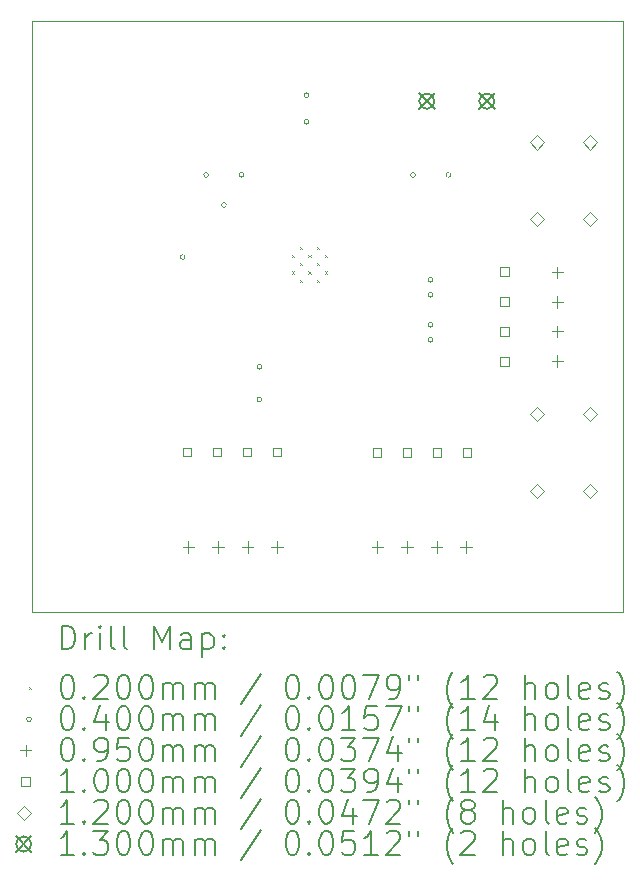
<source format=gbr>
%TF.GenerationSoftware,KiCad,Pcbnew,6.0.11-2627ca5db0~126~ubuntu20.04.1*%
%TF.CreationDate,2025-05-12T21:47:31+10:00*%
%TF.ProjectId,encoder_pcb,656e636f-6465-4725-9f70-63622e6b6963,rev?*%
%TF.SameCoordinates,Original*%
%TF.FileFunction,Drillmap*%
%TF.FilePolarity,Positive*%
%FSLAX45Y45*%
G04 Gerber Fmt 4.5, Leading zero omitted, Abs format (unit mm)*
G04 Created by KiCad (PCBNEW 6.0.11-2627ca5db0~126~ubuntu20.04.1) date 2025-05-12 21:47:31*
%MOMM*%
%LPD*%
G01*
G04 APERTURE LIST*
%ADD10C,0.100000*%
%ADD11C,0.200000*%
%ADD12C,0.020000*%
%ADD13C,0.040000*%
%ADD14C,0.095000*%
%ADD15C,0.120000*%
%ADD16C,0.130000*%
G04 APERTURE END LIST*
D10*
X11900000Y-7500000D02*
X16900000Y-7500000D01*
X16900000Y-7500000D02*
X16900000Y-12500000D01*
X16900000Y-12500000D02*
X11900000Y-12500000D01*
X11900000Y-12500000D02*
X11900000Y-7500000D01*
D11*
D12*
X14100000Y-9476000D02*
X14120000Y-9496000D01*
X14120000Y-9476000D02*
X14100000Y-9496000D01*
X14100000Y-9616000D02*
X14120000Y-9636000D01*
X14120000Y-9616000D02*
X14100000Y-9636000D01*
X14170000Y-9406000D02*
X14190000Y-9426000D01*
X14190000Y-9406000D02*
X14170000Y-9426000D01*
X14170000Y-9546000D02*
X14190000Y-9566000D01*
X14190000Y-9546000D02*
X14170000Y-9566000D01*
X14170000Y-9686000D02*
X14190000Y-9706000D01*
X14190000Y-9686000D02*
X14170000Y-9706000D01*
X14240000Y-9476000D02*
X14260000Y-9496000D01*
X14260000Y-9476000D02*
X14240000Y-9496000D01*
X14240000Y-9616000D02*
X14260000Y-9636000D01*
X14260000Y-9616000D02*
X14240000Y-9636000D01*
X14310000Y-9406000D02*
X14330000Y-9426000D01*
X14330000Y-9406000D02*
X14310000Y-9426000D01*
X14310000Y-9546000D02*
X14330000Y-9566000D01*
X14330000Y-9546000D02*
X14310000Y-9566000D01*
X14310000Y-9686000D02*
X14330000Y-9706000D01*
X14330000Y-9686000D02*
X14310000Y-9706000D01*
X14380000Y-9476000D02*
X14400000Y-9496000D01*
X14400000Y-9476000D02*
X14380000Y-9496000D01*
X14380000Y-9616000D02*
X14400000Y-9636000D01*
X14400000Y-9616000D02*
X14380000Y-9636000D01*
D13*
X13195000Y-9495000D02*
G75*
G03*
X13195000Y-9495000I-20000J0D01*
G01*
X13395000Y-8800000D02*
G75*
G03*
X13395000Y-8800000I-20000J0D01*
G01*
X13545000Y-9053500D02*
G75*
G03*
X13545000Y-9053500I-20000J0D01*
G01*
X13695000Y-8800000D02*
G75*
G03*
X13695000Y-8800000I-20000J0D01*
G01*
X13845000Y-10425000D02*
G75*
G03*
X13845000Y-10425000I-20000J0D01*
G01*
X13845000Y-10700000D02*
G75*
G03*
X13845000Y-10700000I-20000J0D01*
G01*
X14245000Y-8125000D02*
G75*
G03*
X14245000Y-8125000I-20000J0D01*
G01*
X14245000Y-8350000D02*
G75*
G03*
X14245000Y-8350000I-20000J0D01*
G01*
X15145000Y-8800000D02*
G75*
G03*
X15145000Y-8800000I-20000J0D01*
G01*
X15295000Y-9688500D02*
G75*
G03*
X15295000Y-9688500I-20000J0D01*
G01*
X15295000Y-9815500D02*
G75*
G03*
X15295000Y-9815500I-20000J0D01*
G01*
X15295000Y-10069500D02*
G75*
G03*
X15295000Y-10069500I-20000J0D01*
G01*
X15295000Y-10196500D02*
G75*
G03*
X15295000Y-10196500I-20000J0D01*
G01*
X15445000Y-8800000D02*
G75*
G03*
X15445000Y-8800000I-20000J0D01*
G01*
D14*
X13225000Y-11902500D02*
X13225000Y-11997500D01*
X13177500Y-11950000D02*
X13272500Y-11950000D01*
X13475000Y-11902500D02*
X13475000Y-11997500D01*
X13427500Y-11950000D02*
X13522500Y-11950000D01*
X13725000Y-11902500D02*
X13725000Y-11997500D01*
X13677500Y-11950000D02*
X13772500Y-11950000D01*
X13975000Y-11902500D02*
X13975000Y-11997500D01*
X13927500Y-11950000D02*
X14022500Y-11950000D01*
X14825000Y-11902500D02*
X14825000Y-11997500D01*
X14777500Y-11950000D02*
X14872500Y-11950000D01*
X15075000Y-11902500D02*
X15075000Y-11997500D01*
X15027500Y-11950000D02*
X15122500Y-11950000D01*
X15325000Y-11902500D02*
X15325000Y-11997500D01*
X15277500Y-11950000D02*
X15372500Y-11950000D01*
X15575000Y-11902500D02*
X15575000Y-11997500D01*
X15527500Y-11950000D02*
X15622500Y-11950000D01*
X16347500Y-9577500D02*
X16347500Y-9672500D01*
X16300000Y-9625000D02*
X16395000Y-9625000D01*
X16347500Y-9827500D02*
X16347500Y-9922500D01*
X16300000Y-9875000D02*
X16395000Y-9875000D01*
X16347500Y-10077500D02*
X16347500Y-10172500D01*
X16300000Y-10125000D02*
X16395000Y-10125000D01*
X16347500Y-10327500D02*
X16347500Y-10422500D01*
X16300000Y-10375000D02*
X16395000Y-10375000D01*
D10*
X13250356Y-11182856D02*
X13250356Y-11112144D01*
X13179644Y-11112144D01*
X13179644Y-11182856D01*
X13250356Y-11182856D01*
X13504356Y-11182856D02*
X13504356Y-11112144D01*
X13433644Y-11112144D01*
X13433644Y-11182856D01*
X13504356Y-11182856D01*
X13758356Y-11182856D02*
X13758356Y-11112144D01*
X13687644Y-11112144D01*
X13687644Y-11182856D01*
X13758356Y-11182856D01*
X14012356Y-11182856D02*
X14012356Y-11112144D01*
X13941644Y-11112144D01*
X13941644Y-11182856D01*
X14012356Y-11182856D01*
X14855356Y-11185356D02*
X14855356Y-11114644D01*
X14784644Y-11114644D01*
X14784644Y-11185356D01*
X14855356Y-11185356D01*
X15109356Y-11185356D02*
X15109356Y-11114644D01*
X15038644Y-11114644D01*
X15038644Y-11185356D01*
X15109356Y-11185356D01*
X15363356Y-11185356D02*
X15363356Y-11114644D01*
X15292644Y-11114644D01*
X15292644Y-11185356D01*
X15363356Y-11185356D01*
X15617356Y-11185356D02*
X15617356Y-11114644D01*
X15546644Y-11114644D01*
X15546644Y-11185356D01*
X15617356Y-11185356D01*
X15935356Y-9653356D02*
X15935356Y-9582644D01*
X15864644Y-9582644D01*
X15864644Y-9653356D01*
X15935356Y-9653356D01*
X15935356Y-9907356D02*
X15935356Y-9836644D01*
X15864644Y-9836644D01*
X15864644Y-9907356D01*
X15935356Y-9907356D01*
X15935356Y-10161356D02*
X15935356Y-10090644D01*
X15864644Y-10090644D01*
X15864644Y-10161356D01*
X15935356Y-10161356D01*
X15935356Y-10415356D02*
X15935356Y-10344644D01*
X15864644Y-10344644D01*
X15864644Y-10415356D01*
X15935356Y-10415356D01*
D15*
X16175000Y-8585000D02*
X16235000Y-8525000D01*
X16175000Y-8465000D01*
X16115000Y-8525000D01*
X16175000Y-8585000D01*
X16175000Y-9235000D02*
X16235000Y-9175000D01*
X16175000Y-9115000D01*
X16115000Y-9175000D01*
X16175000Y-9235000D01*
X16175000Y-10885000D02*
X16235000Y-10825000D01*
X16175000Y-10765000D01*
X16115000Y-10825000D01*
X16175000Y-10885000D01*
X16175000Y-11535000D02*
X16235000Y-11475000D01*
X16175000Y-11415000D01*
X16115000Y-11475000D01*
X16175000Y-11535000D01*
X16625000Y-8585000D02*
X16685000Y-8525000D01*
X16625000Y-8465000D01*
X16565000Y-8525000D01*
X16625000Y-8585000D01*
X16625000Y-9235000D02*
X16685000Y-9175000D01*
X16625000Y-9115000D01*
X16565000Y-9175000D01*
X16625000Y-9235000D01*
X16625000Y-10885000D02*
X16685000Y-10825000D01*
X16625000Y-10765000D01*
X16565000Y-10825000D01*
X16625000Y-10885000D01*
X16625000Y-11535000D02*
X16685000Y-11475000D01*
X16625000Y-11415000D01*
X16565000Y-11475000D01*
X16625000Y-11535000D01*
D16*
X15178800Y-8110000D02*
X15308800Y-8240000D01*
X15308800Y-8110000D02*
X15178800Y-8240000D01*
X15308800Y-8175000D02*
G75*
G03*
X15308800Y-8175000I-65000J0D01*
G01*
X15686800Y-8110000D02*
X15816800Y-8240000D01*
X15816800Y-8110000D02*
X15686800Y-8240000D01*
X15816800Y-8175000D02*
G75*
G03*
X15816800Y-8175000I-65000J0D01*
G01*
D11*
X12152619Y-12815476D02*
X12152619Y-12615476D01*
X12200238Y-12615476D01*
X12228809Y-12625000D01*
X12247857Y-12644048D01*
X12257381Y-12663095D01*
X12266905Y-12701190D01*
X12266905Y-12729762D01*
X12257381Y-12767857D01*
X12247857Y-12786905D01*
X12228809Y-12805952D01*
X12200238Y-12815476D01*
X12152619Y-12815476D01*
X12352619Y-12815476D02*
X12352619Y-12682143D01*
X12352619Y-12720238D02*
X12362143Y-12701190D01*
X12371667Y-12691667D01*
X12390714Y-12682143D01*
X12409762Y-12682143D01*
X12476428Y-12815476D02*
X12476428Y-12682143D01*
X12476428Y-12615476D02*
X12466905Y-12625000D01*
X12476428Y-12634524D01*
X12485952Y-12625000D01*
X12476428Y-12615476D01*
X12476428Y-12634524D01*
X12600238Y-12815476D02*
X12581190Y-12805952D01*
X12571667Y-12786905D01*
X12571667Y-12615476D01*
X12705000Y-12815476D02*
X12685952Y-12805952D01*
X12676428Y-12786905D01*
X12676428Y-12615476D01*
X12933571Y-12815476D02*
X12933571Y-12615476D01*
X13000238Y-12758333D01*
X13066905Y-12615476D01*
X13066905Y-12815476D01*
X13247857Y-12815476D02*
X13247857Y-12710714D01*
X13238333Y-12691667D01*
X13219286Y-12682143D01*
X13181190Y-12682143D01*
X13162143Y-12691667D01*
X13247857Y-12805952D02*
X13228809Y-12815476D01*
X13181190Y-12815476D01*
X13162143Y-12805952D01*
X13152619Y-12786905D01*
X13152619Y-12767857D01*
X13162143Y-12748809D01*
X13181190Y-12739286D01*
X13228809Y-12739286D01*
X13247857Y-12729762D01*
X13343095Y-12682143D02*
X13343095Y-12882143D01*
X13343095Y-12691667D02*
X13362143Y-12682143D01*
X13400238Y-12682143D01*
X13419286Y-12691667D01*
X13428809Y-12701190D01*
X13438333Y-12720238D01*
X13438333Y-12777381D01*
X13428809Y-12796428D01*
X13419286Y-12805952D01*
X13400238Y-12815476D01*
X13362143Y-12815476D01*
X13343095Y-12805952D01*
X13524048Y-12796428D02*
X13533571Y-12805952D01*
X13524048Y-12815476D01*
X13514524Y-12805952D01*
X13524048Y-12796428D01*
X13524048Y-12815476D01*
X13524048Y-12691667D02*
X13533571Y-12701190D01*
X13524048Y-12710714D01*
X13514524Y-12701190D01*
X13524048Y-12691667D01*
X13524048Y-12710714D01*
D12*
X11875000Y-13135000D02*
X11895000Y-13155000D01*
X11895000Y-13135000D02*
X11875000Y-13155000D01*
D11*
X12190714Y-13035476D02*
X12209762Y-13035476D01*
X12228809Y-13045000D01*
X12238333Y-13054524D01*
X12247857Y-13073571D01*
X12257381Y-13111667D01*
X12257381Y-13159286D01*
X12247857Y-13197381D01*
X12238333Y-13216428D01*
X12228809Y-13225952D01*
X12209762Y-13235476D01*
X12190714Y-13235476D01*
X12171667Y-13225952D01*
X12162143Y-13216428D01*
X12152619Y-13197381D01*
X12143095Y-13159286D01*
X12143095Y-13111667D01*
X12152619Y-13073571D01*
X12162143Y-13054524D01*
X12171667Y-13045000D01*
X12190714Y-13035476D01*
X12343095Y-13216428D02*
X12352619Y-13225952D01*
X12343095Y-13235476D01*
X12333571Y-13225952D01*
X12343095Y-13216428D01*
X12343095Y-13235476D01*
X12428809Y-13054524D02*
X12438333Y-13045000D01*
X12457381Y-13035476D01*
X12505000Y-13035476D01*
X12524048Y-13045000D01*
X12533571Y-13054524D01*
X12543095Y-13073571D01*
X12543095Y-13092619D01*
X12533571Y-13121190D01*
X12419286Y-13235476D01*
X12543095Y-13235476D01*
X12666905Y-13035476D02*
X12685952Y-13035476D01*
X12705000Y-13045000D01*
X12714524Y-13054524D01*
X12724048Y-13073571D01*
X12733571Y-13111667D01*
X12733571Y-13159286D01*
X12724048Y-13197381D01*
X12714524Y-13216428D01*
X12705000Y-13225952D01*
X12685952Y-13235476D01*
X12666905Y-13235476D01*
X12647857Y-13225952D01*
X12638333Y-13216428D01*
X12628809Y-13197381D01*
X12619286Y-13159286D01*
X12619286Y-13111667D01*
X12628809Y-13073571D01*
X12638333Y-13054524D01*
X12647857Y-13045000D01*
X12666905Y-13035476D01*
X12857381Y-13035476D02*
X12876428Y-13035476D01*
X12895476Y-13045000D01*
X12905000Y-13054524D01*
X12914524Y-13073571D01*
X12924048Y-13111667D01*
X12924048Y-13159286D01*
X12914524Y-13197381D01*
X12905000Y-13216428D01*
X12895476Y-13225952D01*
X12876428Y-13235476D01*
X12857381Y-13235476D01*
X12838333Y-13225952D01*
X12828809Y-13216428D01*
X12819286Y-13197381D01*
X12809762Y-13159286D01*
X12809762Y-13111667D01*
X12819286Y-13073571D01*
X12828809Y-13054524D01*
X12838333Y-13045000D01*
X12857381Y-13035476D01*
X13009762Y-13235476D02*
X13009762Y-13102143D01*
X13009762Y-13121190D02*
X13019286Y-13111667D01*
X13038333Y-13102143D01*
X13066905Y-13102143D01*
X13085952Y-13111667D01*
X13095476Y-13130714D01*
X13095476Y-13235476D01*
X13095476Y-13130714D02*
X13105000Y-13111667D01*
X13124048Y-13102143D01*
X13152619Y-13102143D01*
X13171667Y-13111667D01*
X13181190Y-13130714D01*
X13181190Y-13235476D01*
X13276428Y-13235476D02*
X13276428Y-13102143D01*
X13276428Y-13121190D02*
X13285952Y-13111667D01*
X13305000Y-13102143D01*
X13333571Y-13102143D01*
X13352619Y-13111667D01*
X13362143Y-13130714D01*
X13362143Y-13235476D01*
X13362143Y-13130714D02*
X13371667Y-13111667D01*
X13390714Y-13102143D01*
X13419286Y-13102143D01*
X13438333Y-13111667D01*
X13447857Y-13130714D01*
X13447857Y-13235476D01*
X13838333Y-13025952D02*
X13666905Y-13283095D01*
X14095476Y-13035476D02*
X14114524Y-13035476D01*
X14133571Y-13045000D01*
X14143095Y-13054524D01*
X14152619Y-13073571D01*
X14162143Y-13111667D01*
X14162143Y-13159286D01*
X14152619Y-13197381D01*
X14143095Y-13216428D01*
X14133571Y-13225952D01*
X14114524Y-13235476D01*
X14095476Y-13235476D01*
X14076428Y-13225952D01*
X14066905Y-13216428D01*
X14057381Y-13197381D01*
X14047857Y-13159286D01*
X14047857Y-13111667D01*
X14057381Y-13073571D01*
X14066905Y-13054524D01*
X14076428Y-13045000D01*
X14095476Y-13035476D01*
X14247857Y-13216428D02*
X14257381Y-13225952D01*
X14247857Y-13235476D01*
X14238333Y-13225952D01*
X14247857Y-13216428D01*
X14247857Y-13235476D01*
X14381190Y-13035476D02*
X14400238Y-13035476D01*
X14419286Y-13045000D01*
X14428809Y-13054524D01*
X14438333Y-13073571D01*
X14447857Y-13111667D01*
X14447857Y-13159286D01*
X14438333Y-13197381D01*
X14428809Y-13216428D01*
X14419286Y-13225952D01*
X14400238Y-13235476D01*
X14381190Y-13235476D01*
X14362143Y-13225952D01*
X14352619Y-13216428D01*
X14343095Y-13197381D01*
X14333571Y-13159286D01*
X14333571Y-13111667D01*
X14343095Y-13073571D01*
X14352619Y-13054524D01*
X14362143Y-13045000D01*
X14381190Y-13035476D01*
X14571667Y-13035476D02*
X14590714Y-13035476D01*
X14609762Y-13045000D01*
X14619286Y-13054524D01*
X14628809Y-13073571D01*
X14638333Y-13111667D01*
X14638333Y-13159286D01*
X14628809Y-13197381D01*
X14619286Y-13216428D01*
X14609762Y-13225952D01*
X14590714Y-13235476D01*
X14571667Y-13235476D01*
X14552619Y-13225952D01*
X14543095Y-13216428D01*
X14533571Y-13197381D01*
X14524048Y-13159286D01*
X14524048Y-13111667D01*
X14533571Y-13073571D01*
X14543095Y-13054524D01*
X14552619Y-13045000D01*
X14571667Y-13035476D01*
X14705000Y-13035476D02*
X14838333Y-13035476D01*
X14752619Y-13235476D01*
X14924048Y-13235476D02*
X14962143Y-13235476D01*
X14981190Y-13225952D01*
X14990714Y-13216428D01*
X15009762Y-13187857D01*
X15019286Y-13149762D01*
X15019286Y-13073571D01*
X15009762Y-13054524D01*
X15000238Y-13045000D01*
X14981190Y-13035476D01*
X14943095Y-13035476D01*
X14924048Y-13045000D01*
X14914524Y-13054524D01*
X14905000Y-13073571D01*
X14905000Y-13121190D01*
X14914524Y-13140238D01*
X14924048Y-13149762D01*
X14943095Y-13159286D01*
X14981190Y-13159286D01*
X15000238Y-13149762D01*
X15009762Y-13140238D01*
X15019286Y-13121190D01*
X15095476Y-13035476D02*
X15095476Y-13073571D01*
X15171667Y-13035476D02*
X15171667Y-13073571D01*
X15466905Y-13311667D02*
X15457381Y-13302143D01*
X15438333Y-13273571D01*
X15428809Y-13254524D01*
X15419286Y-13225952D01*
X15409762Y-13178333D01*
X15409762Y-13140238D01*
X15419286Y-13092619D01*
X15428809Y-13064048D01*
X15438333Y-13045000D01*
X15457381Y-13016428D01*
X15466905Y-13006905D01*
X15647857Y-13235476D02*
X15533571Y-13235476D01*
X15590714Y-13235476D02*
X15590714Y-13035476D01*
X15571667Y-13064048D01*
X15552619Y-13083095D01*
X15533571Y-13092619D01*
X15724048Y-13054524D02*
X15733571Y-13045000D01*
X15752619Y-13035476D01*
X15800238Y-13035476D01*
X15819286Y-13045000D01*
X15828809Y-13054524D01*
X15838333Y-13073571D01*
X15838333Y-13092619D01*
X15828809Y-13121190D01*
X15714524Y-13235476D01*
X15838333Y-13235476D01*
X16076428Y-13235476D02*
X16076428Y-13035476D01*
X16162143Y-13235476D02*
X16162143Y-13130714D01*
X16152619Y-13111667D01*
X16133571Y-13102143D01*
X16105000Y-13102143D01*
X16085952Y-13111667D01*
X16076428Y-13121190D01*
X16285952Y-13235476D02*
X16266905Y-13225952D01*
X16257381Y-13216428D01*
X16247857Y-13197381D01*
X16247857Y-13140238D01*
X16257381Y-13121190D01*
X16266905Y-13111667D01*
X16285952Y-13102143D01*
X16314524Y-13102143D01*
X16333571Y-13111667D01*
X16343095Y-13121190D01*
X16352619Y-13140238D01*
X16352619Y-13197381D01*
X16343095Y-13216428D01*
X16333571Y-13225952D01*
X16314524Y-13235476D01*
X16285952Y-13235476D01*
X16466905Y-13235476D02*
X16447857Y-13225952D01*
X16438333Y-13206905D01*
X16438333Y-13035476D01*
X16619286Y-13225952D02*
X16600238Y-13235476D01*
X16562143Y-13235476D01*
X16543095Y-13225952D01*
X16533571Y-13206905D01*
X16533571Y-13130714D01*
X16543095Y-13111667D01*
X16562143Y-13102143D01*
X16600238Y-13102143D01*
X16619286Y-13111667D01*
X16628809Y-13130714D01*
X16628809Y-13149762D01*
X16533571Y-13168809D01*
X16705000Y-13225952D02*
X16724048Y-13235476D01*
X16762143Y-13235476D01*
X16781190Y-13225952D01*
X16790714Y-13206905D01*
X16790714Y-13197381D01*
X16781190Y-13178333D01*
X16762143Y-13168809D01*
X16733571Y-13168809D01*
X16714524Y-13159286D01*
X16705000Y-13140238D01*
X16705000Y-13130714D01*
X16714524Y-13111667D01*
X16733571Y-13102143D01*
X16762143Y-13102143D01*
X16781190Y-13111667D01*
X16857381Y-13311667D02*
X16866905Y-13302143D01*
X16885952Y-13273571D01*
X16895476Y-13254524D01*
X16905000Y-13225952D01*
X16914524Y-13178333D01*
X16914524Y-13140238D01*
X16905000Y-13092619D01*
X16895476Y-13064048D01*
X16885952Y-13045000D01*
X16866905Y-13016428D01*
X16857381Y-13006905D01*
D13*
X11895000Y-13409000D02*
G75*
G03*
X11895000Y-13409000I-20000J0D01*
G01*
D11*
X12190714Y-13299476D02*
X12209762Y-13299476D01*
X12228809Y-13309000D01*
X12238333Y-13318524D01*
X12247857Y-13337571D01*
X12257381Y-13375667D01*
X12257381Y-13423286D01*
X12247857Y-13461381D01*
X12238333Y-13480428D01*
X12228809Y-13489952D01*
X12209762Y-13499476D01*
X12190714Y-13499476D01*
X12171667Y-13489952D01*
X12162143Y-13480428D01*
X12152619Y-13461381D01*
X12143095Y-13423286D01*
X12143095Y-13375667D01*
X12152619Y-13337571D01*
X12162143Y-13318524D01*
X12171667Y-13309000D01*
X12190714Y-13299476D01*
X12343095Y-13480428D02*
X12352619Y-13489952D01*
X12343095Y-13499476D01*
X12333571Y-13489952D01*
X12343095Y-13480428D01*
X12343095Y-13499476D01*
X12524048Y-13366143D02*
X12524048Y-13499476D01*
X12476428Y-13289952D02*
X12428809Y-13432809D01*
X12552619Y-13432809D01*
X12666905Y-13299476D02*
X12685952Y-13299476D01*
X12705000Y-13309000D01*
X12714524Y-13318524D01*
X12724048Y-13337571D01*
X12733571Y-13375667D01*
X12733571Y-13423286D01*
X12724048Y-13461381D01*
X12714524Y-13480428D01*
X12705000Y-13489952D01*
X12685952Y-13499476D01*
X12666905Y-13499476D01*
X12647857Y-13489952D01*
X12638333Y-13480428D01*
X12628809Y-13461381D01*
X12619286Y-13423286D01*
X12619286Y-13375667D01*
X12628809Y-13337571D01*
X12638333Y-13318524D01*
X12647857Y-13309000D01*
X12666905Y-13299476D01*
X12857381Y-13299476D02*
X12876428Y-13299476D01*
X12895476Y-13309000D01*
X12905000Y-13318524D01*
X12914524Y-13337571D01*
X12924048Y-13375667D01*
X12924048Y-13423286D01*
X12914524Y-13461381D01*
X12905000Y-13480428D01*
X12895476Y-13489952D01*
X12876428Y-13499476D01*
X12857381Y-13499476D01*
X12838333Y-13489952D01*
X12828809Y-13480428D01*
X12819286Y-13461381D01*
X12809762Y-13423286D01*
X12809762Y-13375667D01*
X12819286Y-13337571D01*
X12828809Y-13318524D01*
X12838333Y-13309000D01*
X12857381Y-13299476D01*
X13009762Y-13499476D02*
X13009762Y-13366143D01*
X13009762Y-13385190D02*
X13019286Y-13375667D01*
X13038333Y-13366143D01*
X13066905Y-13366143D01*
X13085952Y-13375667D01*
X13095476Y-13394714D01*
X13095476Y-13499476D01*
X13095476Y-13394714D02*
X13105000Y-13375667D01*
X13124048Y-13366143D01*
X13152619Y-13366143D01*
X13171667Y-13375667D01*
X13181190Y-13394714D01*
X13181190Y-13499476D01*
X13276428Y-13499476D02*
X13276428Y-13366143D01*
X13276428Y-13385190D02*
X13285952Y-13375667D01*
X13305000Y-13366143D01*
X13333571Y-13366143D01*
X13352619Y-13375667D01*
X13362143Y-13394714D01*
X13362143Y-13499476D01*
X13362143Y-13394714D02*
X13371667Y-13375667D01*
X13390714Y-13366143D01*
X13419286Y-13366143D01*
X13438333Y-13375667D01*
X13447857Y-13394714D01*
X13447857Y-13499476D01*
X13838333Y-13289952D02*
X13666905Y-13547095D01*
X14095476Y-13299476D02*
X14114524Y-13299476D01*
X14133571Y-13309000D01*
X14143095Y-13318524D01*
X14152619Y-13337571D01*
X14162143Y-13375667D01*
X14162143Y-13423286D01*
X14152619Y-13461381D01*
X14143095Y-13480428D01*
X14133571Y-13489952D01*
X14114524Y-13499476D01*
X14095476Y-13499476D01*
X14076428Y-13489952D01*
X14066905Y-13480428D01*
X14057381Y-13461381D01*
X14047857Y-13423286D01*
X14047857Y-13375667D01*
X14057381Y-13337571D01*
X14066905Y-13318524D01*
X14076428Y-13309000D01*
X14095476Y-13299476D01*
X14247857Y-13480428D02*
X14257381Y-13489952D01*
X14247857Y-13499476D01*
X14238333Y-13489952D01*
X14247857Y-13480428D01*
X14247857Y-13499476D01*
X14381190Y-13299476D02*
X14400238Y-13299476D01*
X14419286Y-13309000D01*
X14428809Y-13318524D01*
X14438333Y-13337571D01*
X14447857Y-13375667D01*
X14447857Y-13423286D01*
X14438333Y-13461381D01*
X14428809Y-13480428D01*
X14419286Y-13489952D01*
X14400238Y-13499476D01*
X14381190Y-13499476D01*
X14362143Y-13489952D01*
X14352619Y-13480428D01*
X14343095Y-13461381D01*
X14333571Y-13423286D01*
X14333571Y-13375667D01*
X14343095Y-13337571D01*
X14352619Y-13318524D01*
X14362143Y-13309000D01*
X14381190Y-13299476D01*
X14638333Y-13499476D02*
X14524048Y-13499476D01*
X14581190Y-13499476D02*
X14581190Y-13299476D01*
X14562143Y-13328048D01*
X14543095Y-13347095D01*
X14524048Y-13356619D01*
X14819286Y-13299476D02*
X14724048Y-13299476D01*
X14714524Y-13394714D01*
X14724048Y-13385190D01*
X14743095Y-13375667D01*
X14790714Y-13375667D01*
X14809762Y-13385190D01*
X14819286Y-13394714D01*
X14828809Y-13413762D01*
X14828809Y-13461381D01*
X14819286Y-13480428D01*
X14809762Y-13489952D01*
X14790714Y-13499476D01*
X14743095Y-13499476D01*
X14724048Y-13489952D01*
X14714524Y-13480428D01*
X14895476Y-13299476D02*
X15028809Y-13299476D01*
X14943095Y-13499476D01*
X15095476Y-13299476D02*
X15095476Y-13337571D01*
X15171667Y-13299476D02*
X15171667Y-13337571D01*
X15466905Y-13575667D02*
X15457381Y-13566143D01*
X15438333Y-13537571D01*
X15428809Y-13518524D01*
X15419286Y-13489952D01*
X15409762Y-13442333D01*
X15409762Y-13404238D01*
X15419286Y-13356619D01*
X15428809Y-13328048D01*
X15438333Y-13309000D01*
X15457381Y-13280428D01*
X15466905Y-13270905D01*
X15647857Y-13499476D02*
X15533571Y-13499476D01*
X15590714Y-13499476D02*
X15590714Y-13299476D01*
X15571667Y-13328048D01*
X15552619Y-13347095D01*
X15533571Y-13356619D01*
X15819286Y-13366143D02*
X15819286Y-13499476D01*
X15771667Y-13289952D02*
X15724048Y-13432809D01*
X15847857Y-13432809D01*
X16076428Y-13499476D02*
X16076428Y-13299476D01*
X16162143Y-13499476D02*
X16162143Y-13394714D01*
X16152619Y-13375667D01*
X16133571Y-13366143D01*
X16105000Y-13366143D01*
X16085952Y-13375667D01*
X16076428Y-13385190D01*
X16285952Y-13499476D02*
X16266905Y-13489952D01*
X16257381Y-13480428D01*
X16247857Y-13461381D01*
X16247857Y-13404238D01*
X16257381Y-13385190D01*
X16266905Y-13375667D01*
X16285952Y-13366143D01*
X16314524Y-13366143D01*
X16333571Y-13375667D01*
X16343095Y-13385190D01*
X16352619Y-13404238D01*
X16352619Y-13461381D01*
X16343095Y-13480428D01*
X16333571Y-13489952D01*
X16314524Y-13499476D01*
X16285952Y-13499476D01*
X16466905Y-13499476D02*
X16447857Y-13489952D01*
X16438333Y-13470905D01*
X16438333Y-13299476D01*
X16619286Y-13489952D02*
X16600238Y-13499476D01*
X16562143Y-13499476D01*
X16543095Y-13489952D01*
X16533571Y-13470905D01*
X16533571Y-13394714D01*
X16543095Y-13375667D01*
X16562143Y-13366143D01*
X16600238Y-13366143D01*
X16619286Y-13375667D01*
X16628809Y-13394714D01*
X16628809Y-13413762D01*
X16533571Y-13432809D01*
X16705000Y-13489952D02*
X16724048Y-13499476D01*
X16762143Y-13499476D01*
X16781190Y-13489952D01*
X16790714Y-13470905D01*
X16790714Y-13461381D01*
X16781190Y-13442333D01*
X16762143Y-13432809D01*
X16733571Y-13432809D01*
X16714524Y-13423286D01*
X16705000Y-13404238D01*
X16705000Y-13394714D01*
X16714524Y-13375667D01*
X16733571Y-13366143D01*
X16762143Y-13366143D01*
X16781190Y-13375667D01*
X16857381Y-13575667D02*
X16866905Y-13566143D01*
X16885952Y-13537571D01*
X16895476Y-13518524D01*
X16905000Y-13489952D01*
X16914524Y-13442333D01*
X16914524Y-13404238D01*
X16905000Y-13356619D01*
X16895476Y-13328048D01*
X16885952Y-13309000D01*
X16866905Y-13280428D01*
X16857381Y-13270905D01*
D14*
X11847500Y-13625500D02*
X11847500Y-13720500D01*
X11800000Y-13673000D02*
X11895000Y-13673000D01*
D11*
X12190714Y-13563476D02*
X12209762Y-13563476D01*
X12228809Y-13573000D01*
X12238333Y-13582524D01*
X12247857Y-13601571D01*
X12257381Y-13639667D01*
X12257381Y-13687286D01*
X12247857Y-13725381D01*
X12238333Y-13744428D01*
X12228809Y-13753952D01*
X12209762Y-13763476D01*
X12190714Y-13763476D01*
X12171667Y-13753952D01*
X12162143Y-13744428D01*
X12152619Y-13725381D01*
X12143095Y-13687286D01*
X12143095Y-13639667D01*
X12152619Y-13601571D01*
X12162143Y-13582524D01*
X12171667Y-13573000D01*
X12190714Y-13563476D01*
X12343095Y-13744428D02*
X12352619Y-13753952D01*
X12343095Y-13763476D01*
X12333571Y-13753952D01*
X12343095Y-13744428D01*
X12343095Y-13763476D01*
X12447857Y-13763476D02*
X12485952Y-13763476D01*
X12505000Y-13753952D01*
X12514524Y-13744428D01*
X12533571Y-13715857D01*
X12543095Y-13677762D01*
X12543095Y-13601571D01*
X12533571Y-13582524D01*
X12524048Y-13573000D01*
X12505000Y-13563476D01*
X12466905Y-13563476D01*
X12447857Y-13573000D01*
X12438333Y-13582524D01*
X12428809Y-13601571D01*
X12428809Y-13649190D01*
X12438333Y-13668238D01*
X12447857Y-13677762D01*
X12466905Y-13687286D01*
X12505000Y-13687286D01*
X12524048Y-13677762D01*
X12533571Y-13668238D01*
X12543095Y-13649190D01*
X12724048Y-13563476D02*
X12628809Y-13563476D01*
X12619286Y-13658714D01*
X12628809Y-13649190D01*
X12647857Y-13639667D01*
X12695476Y-13639667D01*
X12714524Y-13649190D01*
X12724048Y-13658714D01*
X12733571Y-13677762D01*
X12733571Y-13725381D01*
X12724048Y-13744428D01*
X12714524Y-13753952D01*
X12695476Y-13763476D01*
X12647857Y-13763476D01*
X12628809Y-13753952D01*
X12619286Y-13744428D01*
X12857381Y-13563476D02*
X12876428Y-13563476D01*
X12895476Y-13573000D01*
X12905000Y-13582524D01*
X12914524Y-13601571D01*
X12924048Y-13639667D01*
X12924048Y-13687286D01*
X12914524Y-13725381D01*
X12905000Y-13744428D01*
X12895476Y-13753952D01*
X12876428Y-13763476D01*
X12857381Y-13763476D01*
X12838333Y-13753952D01*
X12828809Y-13744428D01*
X12819286Y-13725381D01*
X12809762Y-13687286D01*
X12809762Y-13639667D01*
X12819286Y-13601571D01*
X12828809Y-13582524D01*
X12838333Y-13573000D01*
X12857381Y-13563476D01*
X13009762Y-13763476D02*
X13009762Y-13630143D01*
X13009762Y-13649190D02*
X13019286Y-13639667D01*
X13038333Y-13630143D01*
X13066905Y-13630143D01*
X13085952Y-13639667D01*
X13095476Y-13658714D01*
X13095476Y-13763476D01*
X13095476Y-13658714D02*
X13105000Y-13639667D01*
X13124048Y-13630143D01*
X13152619Y-13630143D01*
X13171667Y-13639667D01*
X13181190Y-13658714D01*
X13181190Y-13763476D01*
X13276428Y-13763476D02*
X13276428Y-13630143D01*
X13276428Y-13649190D02*
X13285952Y-13639667D01*
X13305000Y-13630143D01*
X13333571Y-13630143D01*
X13352619Y-13639667D01*
X13362143Y-13658714D01*
X13362143Y-13763476D01*
X13362143Y-13658714D02*
X13371667Y-13639667D01*
X13390714Y-13630143D01*
X13419286Y-13630143D01*
X13438333Y-13639667D01*
X13447857Y-13658714D01*
X13447857Y-13763476D01*
X13838333Y-13553952D02*
X13666905Y-13811095D01*
X14095476Y-13563476D02*
X14114524Y-13563476D01*
X14133571Y-13573000D01*
X14143095Y-13582524D01*
X14152619Y-13601571D01*
X14162143Y-13639667D01*
X14162143Y-13687286D01*
X14152619Y-13725381D01*
X14143095Y-13744428D01*
X14133571Y-13753952D01*
X14114524Y-13763476D01*
X14095476Y-13763476D01*
X14076428Y-13753952D01*
X14066905Y-13744428D01*
X14057381Y-13725381D01*
X14047857Y-13687286D01*
X14047857Y-13639667D01*
X14057381Y-13601571D01*
X14066905Y-13582524D01*
X14076428Y-13573000D01*
X14095476Y-13563476D01*
X14247857Y-13744428D02*
X14257381Y-13753952D01*
X14247857Y-13763476D01*
X14238333Y-13753952D01*
X14247857Y-13744428D01*
X14247857Y-13763476D01*
X14381190Y-13563476D02*
X14400238Y-13563476D01*
X14419286Y-13573000D01*
X14428809Y-13582524D01*
X14438333Y-13601571D01*
X14447857Y-13639667D01*
X14447857Y-13687286D01*
X14438333Y-13725381D01*
X14428809Y-13744428D01*
X14419286Y-13753952D01*
X14400238Y-13763476D01*
X14381190Y-13763476D01*
X14362143Y-13753952D01*
X14352619Y-13744428D01*
X14343095Y-13725381D01*
X14333571Y-13687286D01*
X14333571Y-13639667D01*
X14343095Y-13601571D01*
X14352619Y-13582524D01*
X14362143Y-13573000D01*
X14381190Y-13563476D01*
X14514524Y-13563476D02*
X14638333Y-13563476D01*
X14571667Y-13639667D01*
X14600238Y-13639667D01*
X14619286Y-13649190D01*
X14628809Y-13658714D01*
X14638333Y-13677762D01*
X14638333Y-13725381D01*
X14628809Y-13744428D01*
X14619286Y-13753952D01*
X14600238Y-13763476D01*
X14543095Y-13763476D01*
X14524048Y-13753952D01*
X14514524Y-13744428D01*
X14705000Y-13563476D02*
X14838333Y-13563476D01*
X14752619Y-13763476D01*
X15000238Y-13630143D02*
X15000238Y-13763476D01*
X14952619Y-13553952D02*
X14905000Y-13696809D01*
X15028809Y-13696809D01*
X15095476Y-13563476D02*
X15095476Y-13601571D01*
X15171667Y-13563476D02*
X15171667Y-13601571D01*
X15466905Y-13839667D02*
X15457381Y-13830143D01*
X15438333Y-13801571D01*
X15428809Y-13782524D01*
X15419286Y-13753952D01*
X15409762Y-13706333D01*
X15409762Y-13668238D01*
X15419286Y-13620619D01*
X15428809Y-13592048D01*
X15438333Y-13573000D01*
X15457381Y-13544428D01*
X15466905Y-13534905D01*
X15647857Y-13763476D02*
X15533571Y-13763476D01*
X15590714Y-13763476D02*
X15590714Y-13563476D01*
X15571667Y-13592048D01*
X15552619Y-13611095D01*
X15533571Y-13620619D01*
X15724048Y-13582524D02*
X15733571Y-13573000D01*
X15752619Y-13563476D01*
X15800238Y-13563476D01*
X15819286Y-13573000D01*
X15828809Y-13582524D01*
X15838333Y-13601571D01*
X15838333Y-13620619D01*
X15828809Y-13649190D01*
X15714524Y-13763476D01*
X15838333Y-13763476D01*
X16076428Y-13763476D02*
X16076428Y-13563476D01*
X16162143Y-13763476D02*
X16162143Y-13658714D01*
X16152619Y-13639667D01*
X16133571Y-13630143D01*
X16105000Y-13630143D01*
X16085952Y-13639667D01*
X16076428Y-13649190D01*
X16285952Y-13763476D02*
X16266905Y-13753952D01*
X16257381Y-13744428D01*
X16247857Y-13725381D01*
X16247857Y-13668238D01*
X16257381Y-13649190D01*
X16266905Y-13639667D01*
X16285952Y-13630143D01*
X16314524Y-13630143D01*
X16333571Y-13639667D01*
X16343095Y-13649190D01*
X16352619Y-13668238D01*
X16352619Y-13725381D01*
X16343095Y-13744428D01*
X16333571Y-13753952D01*
X16314524Y-13763476D01*
X16285952Y-13763476D01*
X16466905Y-13763476D02*
X16447857Y-13753952D01*
X16438333Y-13734905D01*
X16438333Y-13563476D01*
X16619286Y-13753952D02*
X16600238Y-13763476D01*
X16562143Y-13763476D01*
X16543095Y-13753952D01*
X16533571Y-13734905D01*
X16533571Y-13658714D01*
X16543095Y-13639667D01*
X16562143Y-13630143D01*
X16600238Y-13630143D01*
X16619286Y-13639667D01*
X16628809Y-13658714D01*
X16628809Y-13677762D01*
X16533571Y-13696809D01*
X16705000Y-13753952D02*
X16724048Y-13763476D01*
X16762143Y-13763476D01*
X16781190Y-13753952D01*
X16790714Y-13734905D01*
X16790714Y-13725381D01*
X16781190Y-13706333D01*
X16762143Y-13696809D01*
X16733571Y-13696809D01*
X16714524Y-13687286D01*
X16705000Y-13668238D01*
X16705000Y-13658714D01*
X16714524Y-13639667D01*
X16733571Y-13630143D01*
X16762143Y-13630143D01*
X16781190Y-13639667D01*
X16857381Y-13839667D02*
X16866905Y-13830143D01*
X16885952Y-13801571D01*
X16895476Y-13782524D01*
X16905000Y-13753952D01*
X16914524Y-13706333D01*
X16914524Y-13668238D01*
X16905000Y-13620619D01*
X16895476Y-13592048D01*
X16885952Y-13573000D01*
X16866905Y-13544428D01*
X16857381Y-13534905D01*
D10*
X11880356Y-13972356D02*
X11880356Y-13901644D01*
X11809644Y-13901644D01*
X11809644Y-13972356D01*
X11880356Y-13972356D01*
D11*
X12257381Y-14027476D02*
X12143095Y-14027476D01*
X12200238Y-14027476D02*
X12200238Y-13827476D01*
X12181190Y-13856048D01*
X12162143Y-13875095D01*
X12143095Y-13884619D01*
X12343095Y-14008428D02*
X12352619Y-14017952D01*
X12343095Y-14027476D01*
X12333571Y-14017952D01*
X12343095Y-14008428D01*
X12343095Y-14027476D01*
X12476428Y-13827476D02*
X12495476Y-13827476D01*
X12514524Y-13837000D01*
X12524048Y-13846524D01*
X12533571Y-13865571D01*
X12543095Y-13903667D01*
X12543095Y-13951286D01*
X12533571Y-13989381D01*
X12524048Y-14008428D01*
X12514524Y-14017952D01*
X12495476Y-14027476D01*
X12476428Y-14027476D01*
X12457381Y-14017952D01*
X12447857Y-14008428D01*
X12438333Y-13989381D01*
X12428809Y-13951286D01*
X12428809Y-13903667D01*
X12438333Y-13865571D01*
X12447857Y-13846524D01*
X12457381Y-13837000D01*
X12476428Y-13827476D01*
X12666905Y-13827476D02*
X12685952Y-13827476D01*
X12705000Y-13837000D01*
X12714524Y-13846524D01*
X12724048Y-13865571D01*
X12733571Y-13903667D01*
X12733571Y-13951286D01*
X12724048Y-13989381D01*
X12714524Y-14008428D01*
X12705000Y-14017952D01*
X12685952Y-14027476D01*
X12666905Y-14027476D01*
X12647857Y-14017952D01*
X12638333Y-14008428D01*
X12628809Y-13989381D01*
X12619286Y-13951286D01*
X12619286Y-13903667D01*
X12628809Y-13865571D01*
X12638333Y-13846524D01*
X12647857Y-13837000D01*
X12666905Y-13827476D01*
X12857381Y-13827476D02*
X12876428Y-13827476D01*
X12895476Y-13837000D01*
X12905000Y-13846524D01*
X12914524Y-13865571D01*
X12924048Y-13903667D01*
X12924048Y-13951286D01*
X12914524Y-13989381D01*
X12905000Y-14008428D01*
X12895476Y-14017952D01*
X12876428Y-14027476D01*
X12857381Y-14027476D01*
X12838333Y-14017952D01*
X12828809Y-14008428D01*
X12819286Y-13989381D01*
X12809762Y-13951286D01*
X12809762Y-13903667D01*
X12819286Y-13865571D01*
X12828809Y-13846524D01*
X12838333Y-13837000D01*
X12857381Y-13827476D01*
X13009762Y-14027476D02*
X13009762Y-13894143D01*
X13009762Y-13913190D02*
X13019286Y-13903667D01*
X13038333Y-13894143D01*
X13066905Y-13894143D01*
X13085952Y-13903667D01*
X13095476Y-13922714D01*
X13095476Y-14027476D01*
X13095476Y-13922714D02*
X13105000Y-13903667D01*
X13124048Y-13894143D01*
X13152619Y-13894143D01*
X13171667Y-13903667D01*
X13181190Y-13922714D01*
X13181190Y-14027476D01*
X13276428Y-14027476D02*
X13276428Y-13894143D01*
X13276428Y-13913190D02*
X13285952Y-13903667D01*
X13305000Y-13894143D01*
X13333571Y-13894143D01*
X13352619Y-13903667D01*
X13362143Y-13922714D01*
X13362143Y-14027476D01*
X13362143Y-13922714D02*
X13371667Y-13903667D01*
X13390714Y-13894143D01*
X13419286Y-13894143D01*
X13438333Y-13903667D01*
X13447857Y-13922714D01*
X13447857Y-14027476D01*
X13838333Y-13817952D02*
X13666905Y-14075095D01*
X14095476Y-13827476D02*
X14114524Y-13827476D01*
X14133571Y-13837000D01*
X14143095Y-13846524D01*
X14152619Y-13865571D01*
X14162143Y-13903667D01*
X14162143Y-13951286D01*
X14152619Y-13989381D01*
X14143095Y-14008428D01*
X14133571Y-14017952D01*
X14114524Y-14027476D01*
X14095476Y-14027476D01*
X14076428Y-14017952D01*
X14066905Y-14008428D01*
X14057381Y-13989381D01*
X14047857Y-13951286D01*
X14047857Y-13903667D01*
X14057381Y-13865571D01*
X14066905Y-13846524D01*
X14076428Y-13837000D01*
X14095476Y-13827476D01*
X14247857Y-14008428D02*
X14257381Y-14017952D01*
X14247857Y-14027476D01*
X14238333Y-14017952D01*
X14247857Y-14008428D01*
X14247857Y-14027476D01*
X14381190Y-13827476D02*
X14400238Y-13827476D01*
X14419286Y-13837000D01*
X14428809Y-13846524D01*
X14438333Y-13865571D01*
X14447857Y-13903667D01*
X14447857Y-13951286D01*
X14438333Y-13989381D01*
X14428809Y-14008428D01*
X14419286Y-14017952D01*
X14400238Y-14027476D01*
X14381190Y-14027476D01*
X14362143Y-14017952D01*
X14352619Y-14008428D01*
X14343095Y-13989381D01*
X14333571Y-13951286D01*
X14333571Y-13903667D01*
X14343095Y-13865571D01*
X14352619Y-13846524D01*
X14362143Y-13837000D01*
X14381190Y-13827476D01*
X14514524Y-13827476D02*
X14638333Y-13827476D01*
X14571667Y-13903667D01*
X14600238Y-13903667D01*
X14619286Y-13913190D01*
X14628809Y-13922714D01*
X14638333Y-13941762D01*
X14638333Y-13989381D01*
X14628809Y-14008428D01*
X14619286Y-14017952D01*
X14600238Y-14027476D01*
X14543095Y-14027476D01*
X14524048Y-14017952D01*
X14514524Y-14008428D01*
X14733571Y-14027476D02*
X14771667Y-14027476D01*
X14790714Y-14017952D01*
X14800238Y-14008428D01*
X14819286Y-13979857D01*
X14828809Y-13941762D01*
X14828809Y-13865571D01*
X14819286Y-13846524D01*
X14809762Y-13837000D01*
X14790714Y-13827476D01*
X14752619Y-13827476D01*
X14733571Y-13837000D01*
X14724048Y-13846524D01*
X14714524Y-13865571D01*
X14714524Y-13913190D01*
X14724048Y-13932238D01*
X14733571Y-13941762D01*
X14752619Y-13951286D01*
X14790714Y-13951286D01*
X14809762Y-13941762D01*
X14819286Y-13932238D01*
X14828809Y-13913190D01*
X15000238Y-13894143D02*
X15000238Y-14027476D01*
X14952619Y-13817952D02*
X14905000Y-13960809D01*
X15028809Y-13960809D01*
X15095476Y-13827476D02*
X15095476Y-13865571D01*
X15171667Y-13827476D02*
X15171667Y-13865571D01*
X15466905Y-14103667D02*
X15457381Y-14094143D01*
X15438333Y-14065571D01*
X15428809Y-14046524D01*
X15419286Y-14017952D01*
X15409762Y-13970333D01*
X15409762Y-13932238D01*
X15419286Y-13884619D01*
X15428809Y-13856048D01*
X15438333Y-13837000D01*
X15457381Y-13808428D01*
X15466905Y-13798905D01*
X15647857Y-14027476D02*
X15533571Y-14027476D01*
X15590714Y-14027476D02*
X15590714Y-13827476D01*
X15571667Y-13856048D01*
X15552619Y-13875095D01*
X15533571Y-13884619D01*
X15724048Y-13846524D02*
X15733571Y-13837000D01*
X15752619Y-13827476D01*
X15800238Y-13827476D01*
X15819286Y-13837000D01*
X15828809Y-13846524D01*
X15838333Y-13865571D01*
X15838333Y-13884619D01*
X15828809Y-13913190D01*
X15714524Y-14027476D01*
X15838333Y-14027476D01*
X16076428Y-14027476D02*
X16076428Y-13827476D01*
X16162143Y-14027476D02*
X16162143Y-13922714D01*
X16152619Y-13903667D01*
X16133571Y-13894143D01*
X16105000Y-13894143D01*
X16085952Y-13903667D01*
X16076428Y-13913190D01*
X16285952Y-14027476D02*
X16266905Y-14017952D01*
X16257381Y-14008428D01*
X16247857Y-13989381D01*
X16247857Y-13932238D01*
X16257381Y-13913190D01*
X16266905Y-13903667D01*
X16285952Y-13894143D01*
X16314524Y-13894143D01*
X16333571Y-13903667D01*
X16343095Y-13913190D01*
X16352619Y-13932238D01*
X16352619Y-13989381D01*
X16343095Y-14008428D01*
X16333571Y-14017952D01*
X16314524Y-14027476D01*
X16285952Y-14027476D01*
X16466905Y-14027476D02*
X16447857Y-14017952D01*
X16438333Y-13998905D01*
X16438333Y-13827476D01*
X16619286Y-14017952D02*
X16600238Y-14027476D01*
X16562143Y-14027476D01*
X16543095Y-14017952D01*
X16533571Y-13998905D01*
X16533571Y-13922714D01*
X16543095Y-13903667D01*
X16562143Y-13894143D01*
X16600238Y-13894143D01*
X16619286Y-13903667D01*
X16628809Y-13922714D01*
X16628809Y-13941762D01*
X16533571Y-13960809D01*
X16705000Y-14017952D02*
X16724048Y-14027476D01*
X16762143Y-14027476D01*
X16781190Y-14017952D01*
X16790714Y-13998905D01*
X16790714Y-13989381D01*
X16781190Y-13970333D01*
X16762143Y-13960809D01*
X16733571Y-13960809D01*
X16714524Y-13951286D01*
X16705000Y-13932238D01*
X16705000Y-13922714D01*
X16714524Y-13903667D01*
X16733571Y-13894143D01*
X16762143Y-13894143D01*
X16781190Y-13903667D01*
X16857381Y-14103667D02*
X16866905Y-14094143D01*
X16885952Y-14065571D01*
X16895476Y-14046524D01*
X16905000Y-14017952D01*
X16914524Y-13970333D01*
X16914524Y-13932238D01*
X16905000Y-13884619D01*
X16895476Y-13856048D01*
X16885952Y-13837000D01*
X16866905Y-13808428D01*
X16857381Y-13798905D01*
D15*
X11835000Y-14261000D02*
X11895000Y-14201000D01*
X11835000Y-14141000D01*
X11775000Y-14201000D01*
X11835000Y-14261000D01*
D11*
X12257381Y-14291476D02*
X12143095Y-14291476D01*
X12200238Y-14291476D02*
X12200238Y-14091476D01*
X12181190Y-14120048D01*
X12162143Y-14139095D01*
X12143095Y-14148619D01*
X12343095Y-14272428D02*
X12352619Y-14281952D01*
X12343095Y-14291476D01*
X12333571Y-14281952D01*
X12343095Y-14272428D01*
X12343095Y-14291476D01*
X12428809Y-14110524D02*
X12438333Y-14101000D01*
X12457381Y-14091476D01*
X12505000Y-14091476D01*
X12524048Y-14101000D01*
X12533571Y-14110524D01*
X12543095Y-14129571D01*
X12543095Y-14148619D01*
X12533571Y-14177190D01*
X12419286Y-14291476D01*
X12543095Y-14291476D01*
X12666905Y-14091476D02*
X12685952Y-14091476D01*
X12705000Y-14101000D01*
X12714524Y-14110524D01*
X12724048Y-14129571D01*
X12733571Y-14167667D01*
X12733571Y-14215286D01*
X12724048Y-14253381D01*
X12714524Y-14272428D01*
X12705000Y-14281952D01*
X12685952Y-14291476D01*
X12666905Y-14291476D01*
X12647857Y-14281952D01*
X12638333Y-14272428D01*
X12628809Y-14253381D01*
X12619286Y-14215286D01*
X12619286Y-14167667D01*
X12628809Y-14129571D01*
X12638333Y-14110524D01*
X12647857Y-14101000D01*
X12666905Y-14091476D01*
X12857381Y-14091476D02*
X12876428Y-14091476D01*
X12895476Y-14101000D01*
X12905000Y-14110524D01*
X12914524Y-14129571D01*
X12924048Y-14167667D01*
X12924048Y-14215286D01*
X12914524Y-14253381D01*
X12905000Y-14272428D01*
X12895476Y-14281952D01*
X12876428Y-14291476D01*
X12857381Y-14291476D01*
X12838333Y-14281952D01*
X12828809Y-14272428D01*
X12819286Y-14253381D01*
X12809762Y-14215286D01*
X12809762Y-14167667D01*
X12819286Y-14129571D01*
X12828809Y-14110524D01*
X12838333Y-14101000D01*
X12857381Y-14091476D01*
X13009762Y-14291476D02*
X13009762Y-14158143D01*
X13009762Y-14177190D02*
X13019286Y-14167667D01*
X13038333Y-14158143D01*
X13066905Y-14158143D01*
X13085952Y-14167667D01*
X13095476Y-14186714D01*
X13095476Y-14291476D01*
X13095476Y-14186714D02*
X13105000Y-14167667D01*
X13124048Y-14158143D01*
X13152619Y-14158143D01*
X13171667Y-14167667D01*
X13181190Y-14186714D01*
X13181190Y-14291476D01*
X13276428Y-14291476D02*
X13276428Y-14158143D01*
X13276428Y-14177190D02*
X13285952Y-14167667D01*
X13305000Y-14158143D01*
X13333571Y-14158143D01*
X13352619Y-14167667D01*
X13362143Y-14186714D01*
X13362143Y-14291476D01*
X13362143Y-14186714D02*
X13371667Y-14167667D01*
X13390714Y-14158143D01*
X13419286Y-14158143D01*
X13438333Y-14167667D01*
X13447857Y-14186714D01*
X13447857Y-14291476D01*
X13838333Y-14081952D02*
X13666905Y-14339095D01*
X14095476Y-14091476D02*
X14114524Y-14091476D01*
X14133571Y-14101000D01*
X14143095Y-14110524D01*
X14152619Y-14129571D01*
X14162143Y-14167667D01*
X14162143Y-14215286D01*
X14152619Y-14253381D01*
X14143095Y-14272428D01*
X14133571Y-14281952D01*
X14114524Y-14291476D01*
X14095476Y-14291476D01*
X14076428Y-14281952D01*
X14066905Y-14272428D01*
X14057381Y-14253381D01*
X14047857Y-14215286D01*
X14047857Y-14167667D01*
X14057381Y-14129571D01*
X14066905Y-14110524D01*
X14076428Y-14101000D01*
X14095476Y-14091476D01*
X14247857Y-14272428D02*
X14257381Y-14281952D01*
X14247857Y-14291476D01*
X14238333Y-14281952D01*
X14247857Y-14272428D01*
X14247857Y-14291476D01*
X14381190Y-14091476D02*
X14400238Y-14091476D01*
X14419286Y-14101000D01*
X14428809Y-14110524D01*
X14438333Y-14129571D01*
X14447857Y-14167667D01*
X14447857Y-14215286D01*
X14438333Y-14253381D01*
X14428809Y-14272428D01*
X14419286Y-14281952D01*
X14400238Y-14291476D01*
X14381190Y-14291476D01*
X14362143Y-14281952D01*
X14352619Y-14272428D01*
X14343095Y-14253381D01*
X14333571Y-14215286D01*
X14333571Y-14167667D01*
X14343095Y-14129571D01*
X14352619Y-14110524D01*
X14362143Y-14101000D01*
X14381190Y-14091476D01*
X14619286Y-14158143D02*
X14619286Y-14291476D01*
X14571667Y-14081952D02*
X14524048Y-14224809D01*
X14647857Y-14224809D01*
X14705000Y-14091476D02*
X14838333Y-14091476D01*
X14752619Y-14291476D01*
X14905000Y-14110524D02*
X14914524Y-14101000D01*
X14933571Y-14091476D01*
X14981190Y-14091476D01*
X15000238Y-14101000D01*
X15009762Y-14110524D01*
X15019286Y-14129571D01*
X15019286Y-14148619D01*
X15009762Y-14177190D01*
X14895476Y-14291476D01*
X15019286Y-14291476D01*
X15095476Y-14091476D02*
X15095476Y-14129571D01*
X15171667Y-14091476D02*
X15171667Y-14129571D01*
X15466905Y-14367667D02*
X15457381Y-14358143D01*
X15438333Y-14329571D01*
X15428809Y-14310524D01*
X15419286Y-14281952D01*
X15409762Y-14234333D01*
X15409762Y-14196238D01*
X15419286Y-14148619D01*
X15428809Y-14120048D01*
X15438333Y-14101000D01*
X15457381Y-14072428D01*
X15466905Y-14062905D01*
X15571667Y-14177190D02*
X15552619Y-14167667D01*
X15543095Y-14158143D01*
X15533571Y-14139095D01*
X15533571Y-14129571D01*
X15543095Y-14110524D01*
X15552619Y-14101000D01*
X15571667Y-14091476D01*
X15609762Y-14091476D01*
X15628809Y-14101000D01*
X15638333Y-14110524D01*
X15647857Y-14129571D01*
X15647857Y-14139095D01*
X15638333Y-14158143D01*
X15628809Y-14167667D01*
X15609762Y-14177190D01*
X15571667Y-14177190D01*
X15552619Y-14186714D01*
X15543095Y-14196238D01*
X15533571Y-14215286D01*
X15533571Y-14253381D01*
X15543095Y-14272428D01*
X15552619Y-14281952D01*
X15571667Y-14291476D01*
X15609762Y-14291476D01*
X15628809Y-14281952D01*
X15638333Y-14272428D01*
X15647857Y-14253381D01*
X15647857Y-14215286D01*
X15638333Y-14196238D01*
X15628809Y-14186714D01*
X15609762Y-14177190D01*
X15885952Y-14291476D02*
X15885952Y-14091476D01*
X15971667Y-14291476D02*
X15971667Y-14186714D01*
X15962143Y-14167667D01*
X15943095Y-14158143D01*
X15914524Y-14158143D01*
X15895476Y-14167667D01*
X15885952Y-14177190D01*
X16095476Y-14291476D02*
X16076428Y-14281952D01*
X16066905Y-14272428D01*
X16057381Y-14253381D01*
X16057381Y-14196238D01*
X16066905Y-14177190D01*
X16076428Y-14167667D01*
X16095476Y-14158143D01*
X16124048Y-14158143D01*
X16143095Y-14167667D01*
X16152619Y-14177190D01*
X16162143Y-14196238D01*
X16162143Y-14253381D01*
X16152619Y-14272428D01*
X16143095Y-14281952D01*
X16124048Y-14291476D01*
X16095476Y-14291476D01*
X16276428Y-14291476D02*
X16257381Y-14281952D01*
X16247857Y-14262905D01*
X16247857Y-14091476D01*
X16428809Y-14281952D02*
X16409762Y-14291476D01*
X16371667Y-14291476D01*
X16352619Y-14281952D01*
X16343095Y-14262905D01*
X16343095Y-14186714D01*
X16352619Y-14167667D01*
X16371667Y-14158143D01*
X16409762Y-14158143D01*
X16428809Y-14167667D01*
X16438333Y-14186714D01*
X16438333Y-14205762D01*
X16343095Y-14224809D01*
X16514524Y-14281952D02*
X16533571Y-14291476D01*
X16571667Y-14291476D01*
X16590714Y-14281952D01*
X16600238Y-14262905D01*
X16600238Y-14253381D01*
X16590714Y-14234333D01*
X16571667Y-14224809D01*
X16543095Y-14224809D01*
X16524048Y-14215286D01*
X16514524Y-14196238D01*
X16514524Y-14186714D01*
X16524048Y-14167667D01*
X16543095Y-14158143D01*
X16571667Y-14158143D01*
X16590714Y-14167667D01*
X16666905Y-14367667D02*
X16676428Y-14358143D01*
X16695476Y-14329571D01*
X16705000Y-14310524D01*
X16714524Y-14281952D01*
X16724048Y-14234333D01*
X16724048Y-14196238D01*
X16714524Y-14148619D01*
X16705000Y-14120048D01*
X16695476Y-14101000D01*
X16676428Y-14072428D01*
X16666905Y-14062905D01*
D16*
X11765000Y-14400000D02*
X11895000Y-14530000D01*
X11895000Y-14400000D02*
X11765000Y-14530000D01*
X11895000Y-14465000D02*
G75*
G03*
X11895000Y-14465000I-65000J0D01*
G01*
D11*
X12257381Y-14555476D02*
X12143095Y-14555476D01*
X12200238Y-14555476D02*
X12200238Y-14355476D01*
X12181190Y-14384048D01*
X12162143Y-14403095D01*
X12143095Y-14412619D01*
X12343095Y-14536428D02*
X12352619Y-14545952D01*
X12343095Y-14555476D01*
X12333571Y-14545952D01*
X12343095Y-14536428D01*
X12343095Y-14555476D01*
X12419286Y-14355476D02*
X12543095Y-14355476D01*
X12476428Y-14431667D01*
X12505000Y-14431667D01*
X12524048Y-14441190D01*
X12533571Y-14450714D01*
X12543095Y-14469762D01*
X12543095Y-14517381D01*
X12533571Y-14536428D01*
X12524048Y-14545952D01*
X12505000Y-14555476D01*
X12447857Y-14555476D01*
X12428809Y-14545952D01*
X12419286Y-14536428D01*
X12666905Y-14355476D02*
X12685952Y-14355476D01*
X12705000Y-14365000D01*
X12714524Y-14374524D01*
X12724048Y-14393571D01*
X12733571Y-14431667D01*
X12733571Y-14479286D01*
X12724048Y-14517381D01*
X12714524Y-14536428D01*
X12705000Y-14545952D01*
X12685952Y-14555476D01*
X12666905Y-14555476D01*
X12647857Y-14545952D01*
X12638333Y-14536428D01*
X12628809Y-14517381D01*
X12619286Y-14479286D01*
X12619286Y-14431667D01*
X12628809Y-14393571D01*
X12638333Y-14374524D01*
X12647857Y-14365000D01*
X12666905Y-14355476D01*
X12857381Y-14355476D02*
X12876428Y-14355476D01*
X12895476Y-14365000D01*
X12905000Y-14374524D01*
X12914524Y-14393571D01*
X12924048Y-14431667D01*
X12924048Y-14479286D01*
X12914524Y-14517381D01*
X12905000Y-14536428D01*
X12895476Y-14545952D01*
X12876428Y-14555476D01*
X12857381Y-14555476D01*
X12838333Y-14545952D01*
X12828809Y-14536428D01*
X12819286Y-14517381D01*
X12809762Y-14479286D01*
X12809762Y-14431667D01*
X12819286Y-14393571D01*
X12828809Y-14374524D01*
X12838333Y-14365000D01*
X12857381Y-14355476D01*
X13009762Y-14555476D02*
X13009762Y-14422143D01*
X13009762Y-14441190D02*
X13019286Y-14431667D01*
X13038333Y-14422143D01*
X13066905Y-14422143D01*
X13085952Y-14431667D01*
X13095476Y-14450714D01*
X13095476Y-14555476D01*
X13095476Y-14450714D02*
X13105000Y-14431667D01*
X13124048Y-14422143D01*
X13152619Y-14422143D01*
X13171667Y-14431667D01*
X13181190Y-14450714D01*
X13181190Y-14555476D01*
X13276428Y-14555476D02*
X13276428Y-14422143D01*
X13276428Y-14441190D02*
X13285952Y-14431667D01*
X13305000Y-14422143D01*
X13333571Y-14422143D01*
X13352619Y-14431667D01*
X13362143Y-14450714D01*
X13362143Y-14555476D01*
X13362143Y-14450714D02*
X13371667Y-14431667D01*
X13390714Y-14422143D01*
X13419286Y-14422143D01*
X13438333Y-14431667D01*
X13447857Y-14450714D01*
X13447857Y-14555476D01*
X13838333Y-14345952D02*
X13666905Y-14603095D01*
X14095476Y-14355476D02*
X14114524Y-14355476D01*
X14133571Y-14365000D01*
X14143095Y-14374524D01*
X14152619Y-14393571D01*
X14162143Y-14431667D01*
X14162143Y-14479286D01*
X14152619Y-14517381D01*
X14143095Y-14536428D01*
X14133571Y-14545952D01*
X14114524Y-14555476D01*
X14095476Y-14555476D01*
X14076428Y-14545952D01*
X14066905Y-14536428D01*
X14057381Y-14517381D01*
X14047857Y-14479286D01*
X14047857Y-14431667D01*
X14057381Y-14393571D01*
X14066905Y-14374524D01*
X14076428Y-14365000D01*
X14095476Y-14355476D01*
X14247857Y-14536428D02*
X14257381Y-14545952D01*
X14247857Y-14555476D01*
X14238333Y-14545952D01*
X14247857Y-14536428D01*
X14247857Y-14555476D01*
X14381190Y-14355476D02*
X14400238Y-14355476D01*
X14419286Y-14365000D01*
X14428809Y-14374524D01*
X14438333Y-14393571D01*
X14447857Y-14431667D01*
X14447857Y-14479286D01*
X14438333Y-14517381D01*
X14428809Y-14536428D01*
X14419286Y-14545952D01*
X14400238Y-14555476D01*
X14381190Y-14555476D01*
X14362143Y-14545952D01*
X14352619Y-14536428D01*
X14343095Y-14517381D01*
X14333571Y-14479286D01*
X14333571Y-14431667D01*
X14343095Y-14393571D01*
X14352619Y-14374524D01*
X14362143Y-14365000D01*
X14381190Y-14355476D01*
X14628809Y-14355476D02*
X14533571Y-14355476D01*
X14524048Y-14450714D01*
X14533571Y-14441190D01*
X14552619Y-14431667D01*
X14600238Y-14431667D01*
X14619286Y-14441190D01*
X14628809Y-14450714D01*
X14638333Y-14469762D01*
X14638333Y-14517381D01*
X14628809Y-14536428D01*
X14619286Y-14545952D01*
X14600238Y-14555476D01*
X14552619Y-14555476D01*
X14533571Y-14545952D01*
X14524048Y-14536428D01*
X14828809Y-14555476D02*
X14714524Y-14555476D01*
X14771667Y-14555476D02*
X14771667Y-14355476D01*
X14752619Y-14384048D01*
X14733571Y-14403095D01*
X14714524Y-14412619D01*
X14905000Y-14374524D02*
X14914524Y-14365000D01*
X14933571Y-14355476D01*
X14981190Y-14355476D01*
X15000238Y-14365000D01*
X15009762Y-14374524D01*
X15019286Y-14393571D01*
X15019286Y-14412619D01*
X15009762Y-14441190D01*
X14895476Y-14555476D01*
X15019286Y-14555476D01*
X15095476Y-14355476D02*
X15095476Y-14393571D01*
X15171667Y-14355476D02*
X15171667Y-14393571D01*
X15466905Y-14631667D02*
X15457381Y-14622143D01*
X15438333Y-14593571D01*
X15428809Y-14574524D01*
X15419286Y-14545952D01*
X15409762Y-14498333D01*
X15409762Y-14460238D01*
X15419286Y-14412619D01*
X15428809Y-14384048D01*
X15438333Y-14365000D01*
X15457381Y-14336428D01*
X15466905Y-14326905D01*
X15533571Y-14374524D02*
X15543095Y-14365000D01*
X15562143Y-14355476D01*
X15609762Y-14355476D01*
X15628809Y-14365000D01*
X15638333Y-14374524D01*
X15647857Y-14393571D01*
X15647857Y-14412619D01*
X15638333Y-14441190D01*
X15524048Y-14555476D01*
X15647857Y-14555476D01*
X15885952Y-14555476D02*
X15885952Y-14355476D01*
X15971667Y-14555476D02*
X15971667Y-14450714D01*
X15962143Y-14431667D01*
X15943095Y-14422143D01*
X15914524Y-14422143D01*
X15895476Y-14431667D01*
X15885952Y-14441190D01*
X16095476Y-14555476D02*
X16076428Y-14545952D01*
X16066905Y-14536428D01*
X16057381Y-14517381D01*
X16057381Y-14460238D01*
X16066905Y-14441190D01*
X16076428Y-14431667D01*
X16095476Y-14422143D01*
X16124048Y-14422143D01*
X16143095Y-14431667D01*
X16152619Y-14441190D01*
X16162143Y-14460238D01*
X16162143Y-14517381D01*
X16152619Y-14536428D01*
X16143095Y-14545952D01*
X16124048Y-14555476D01*
X16095476Y-14555476D01*
X16276428Y-14555476D02*
X16257381Y-14545952D01*
X16247857Y-14526905D01*
X16247857Y-14355476D01*
X16428809Y-14545952D02*
X16409762Y-14555476D01*
X16371667Y-14555476D01*
X16352619Y-14545952D01*
X16343095Y-14526905D01*
X16343095Y-14450714D01*
X16352619Y-14431667D01*
X16371667Y-14422143D01*
X16409762Y-14422143D01*
X16428809Y-14431667D01*
X16438333Y-14450714D01*
X16438333Y-14469762D01*
X16343095Y-14488809D01*
X16514524Y-14545952D02*
X16533571Y-14555476D01*
X16571667Y-14555476D01*
X16590714Y-14545952D01*
X16600238Y-14526905D01*
X16600238Y-14517381D01*
X16590714Y-14498333D01*
X16571667Y-14488809D01*
X16543095Y-14488809D01*
X16524048Y-14479286D01*
X16514524Y-14460238D01*
X16514524Y-14450714D01*
X16524048Y-14431667D01*
X16543095Y-14422143D01*
X16571667Y-14422143D01*
X16590714Y-14431667D01*
X16666905Y-14631667D02*
X16676428Y-14622143D01*
X16695476Y-14593571D01*
X16705000Y-14574524D01*
X16714524Y-14545952D01*
X16724048Y-14498333D01*
X16724048Y-14460238D01*
X16714524Y-14412619D01*
X16705000Y-14384048D01*
X16695476Y-14365000D01*
X16676428Y-14336428D01*
X16666905Y-14326905D01*
M02*

</source>
